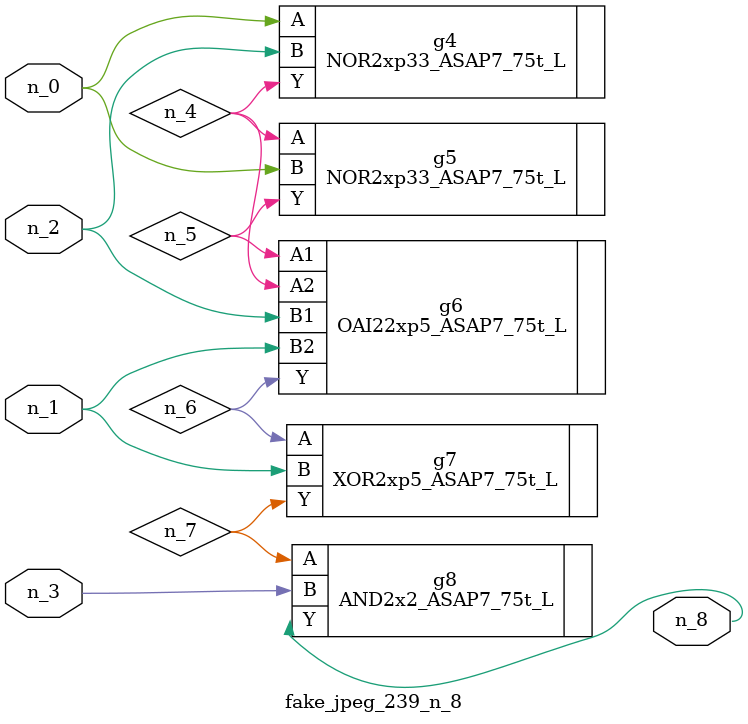
<source format=v>
module fake_jpeg_239_n_8 (n_0, n_3, n_2, n_1, n_8);

input n_0;
input n_3;
input n_2;
input n_1;

output n_8;

wire n_4;
wire n_6;
wire n_5;
wire n_7;

NOR2xp33_ASAP7_75t_L g4 ( 
.A(n_0),
.B(n_2),
.Y(n_4)
);

NOR2xp33_ASAP7_75t_L g5 ( 
.A(n_4),
.B(n_0),
.Y(n_5)
);

OAI22xp5_ASAP7_75t_L g6 ( 
.A1(n_5),
.A2(n_4),
.B1(n_2),
.B2(n_1),
.Y(n_6)
);

XOR2xp5_ASAP7_75t_L g7 ( 
.A(n_6),
.B(n_1),
.Y(n_7)
);

AND2x2_ASAP7_75t_L g8 ( 
.A(n_7),
.B(n_3),
.Y(n_8)
);


endmodule
</source>
